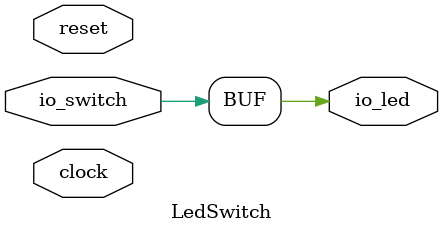
<source format=v>
module LedSwitch( // @[:@3.2]
  input   clock, // @[:@4.4]
  input   reset, // @[:@5.4]
  input   io_switch, // @[:@6.4]
  output  io_led // @[:@6.4]
);
  assign io_led = io_switch; // @[LedSwitch.scala 9:10:@8.4]
endmodule

</source>
